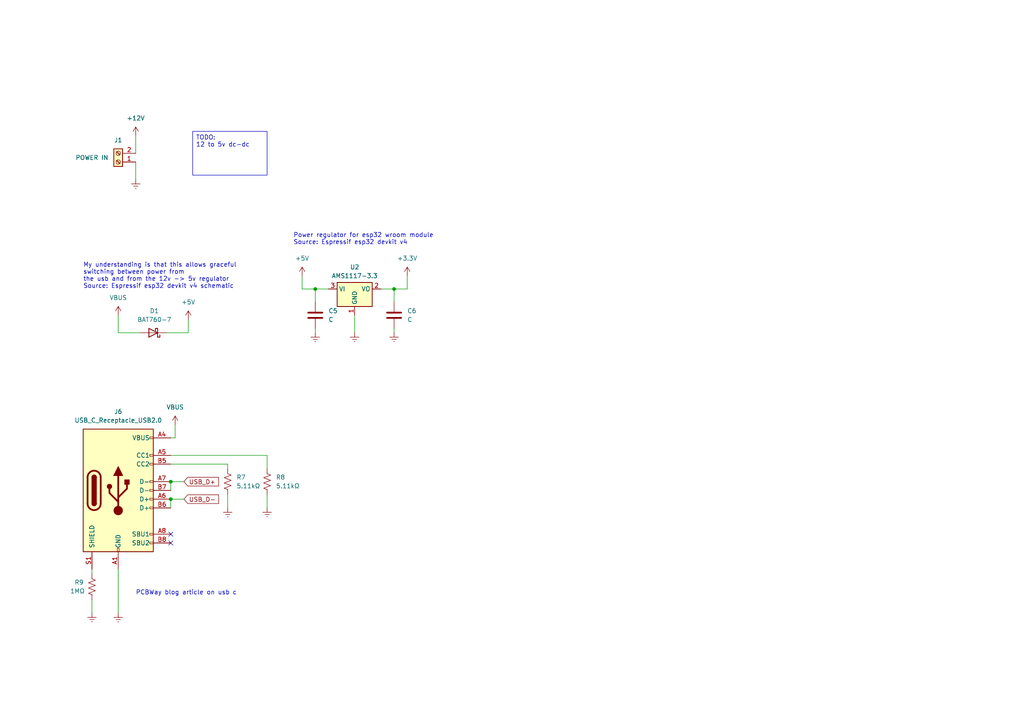
<source format=kicad_sch>
(kicad_sch (version 20230121) (generator eeschema)
  (paper "A4")
  (lib_symbols
    (symbol "Connector:Screw_Terminal_01x02" (pin_names (offset 1.016) hide)
      (property "Reference" "J" (at 0 2.54 0))
      (property "Value" "Screw_Terminal_01x02" (at 0 -5.08 0))
      (symbol "Screw_Terminal_01x02_1_1"
        (rectangle (start -1.27 1.27) (end 1.27 -3.81) (stroke (width 0.254)) (fill (type background)))
        (circle (center 0 -2.54) (radius 0.635) (stroke (width 0.1524)))
        (polyline (pts (xy -0.5334 -2.2098) (xy 0.3302 -3.048)) (stroke (width 0.1524)))
        (polyline (pts (xy -0.5334 0.3302) (xy 0.3302 -0.508)) (stroke (width 0.1524)))
        (polyline (pts (xy -0.3556 -2.032) (xy 0.508 -2.8702)) (stroke (width 0.1524)))
        (polyline (pts (xy -0.3556 0.508) (xy 0.508 -0.3302)) (stroke (width 0.1524)))
        (circle (center 0 0) (radius 0.635) (stroke (width 0.1524)))
        (pin passive line (at -5.08 0 0) (length 3.81) (name "Pin_1") (number "1"))
        (pin passive line (at -5.08 -2.54 0) (length 3.81) (name "Pin_2") (number "2"))
      )
    )
    (symbol "Connector:USB_C_Receptacle_USB2.0" (pin_names (offset 1.016))
      (property "Reference" "J" (at -10.16 19.05 0))
      (property "Value" "USB_C_Receptacle_USB2.0" (at 19.05 19.05 0))
      (symbol "USB_C_Receptacle_USB2.0_0_0"
        (rectangle (start -0.254 -17.78) (end 0.254 -16.764))
        (rectangle (start 10.16 -14.986) (end 9.144 -15.494))
        (rectangle (start 10.16 -12.446) (end 9.144 -12.954))
        (rectangle (start 10.16 -4.826) (end 9.144 -5.334))
        (rectangle (start 10.16 -2.286) (end 9.144 -2.794))
        (rectangle (start 10.16 0.254) (end 9.144 -0.254))
        (rectangle (start 10.16 2.794) (end 9.144 2.286))
        (rectangle (start 10.16 7.874) (end 9.144 7.366))
        (rectangle (start 10.16 10.414) (end 9.144 9.906))
        (rectangle (start 10.16 15.494) (end 9.144 14.986))
      )
      (symbol "USB_C_Receptacle_USB2.0_0_1"
        (rectangle (start -10.16 17.78) (end 10.16 -17.78) (stroke (width 0.254)) (fill (type background)))
        (arc (start -8.89 -3.81) (mid -6.985 -5.7067) (end -5.08 -3.81) (stroke (width 0.508)))
        (arc (start -7.62 -3.81) (mid -6.985 -4.4423) (end -6.35 -3.81) (stroke (width 0.254)))
        (arc (start -7.62 -3.81) (mid -6.985 -4.4423) (end -6.35 -3.81) (stroke (width 0.254)) (fill (type outline)))
        (rectangle (start -7.62 -3.81) (end -6.35 3.81) (stroke (width 0.254)) (fill (type outline)))
        (arc (start -6.35 3.81) (mid -6.985 4.4423) (end -7.62 3.81) (stroke (width 0.254)))
        (arc (start -6.35 3.81) (mid -6.985 4.4423) (end -7.62 3.81) (stroke (width 0.254)) (fill (type outline)))
        (arc (start -5.08 3.81) (mid -6.985 5.7067) (end -8.89 3.81) (stroke (width 0.508)))
        (circle (center -2.54 1.143) (radius 0.635) (stroke (width 0.254)) (fill (type outline)))
        (circle (center 0 -5.842) (radius 1.27) (fill (type outline)))
        (polyline (pts (xy -8.89 -3.81) (xy -8.89 3.81)) (stroke (width 0.508)))
        (polyline (pts (xy -5.08 3.81) (xy -5.08 -3.81)) (stroke (width 0.508)))
        (polyline (pts (xy 0 -5.842) (xy 0 4.318)) (stroke (width 0.508)))
        (polyline (pts (xy 0 -3.302) (xy -2.54 -0.762) (xy -2.54 0.508)) (stroke (width 0.508)))
        (polyline (pts (xy 0 -2.032) (xy 2.54 0.508) (xy 2.54 1.778)) (stroke (width 0.508)))
        (polyline (pts (xy -1.27 4.318) (xy 0 6.858) (xy 1.27 4.318) (xy -1.27 4.318)) (stroke (width 0.254)) (fill (type outline)))
        (rectangle (start 1.905 1.778) (end 3.175 3.048) (stroke (width 0.254)) (fill (type outline)))
      )
      (symbol "USB_C_Receptacle_USB2.0_1_1"
        (pin passive line (at 0 -22.86 90) (length 5.08) (name "GND") (number "A1"))
        (pin passive line (at 0 -22.86 90) (length 5.08) hide (name "GND") (number "A12"))
        (pin passive line (at 15.24 15.24 180) (length 5.08) (name "VBUS") (number "A4"))
        (pin bidirectional line (at 15.24 10.16 180) (length 5.08) (name "CC1") (number "A5"))
        (pin bidirectional line (at 15.24 -2.54 180) (length 5.08) (name "D+") (number "A6"))
        (pin bidirectional line (at 15.24 2.54 180) (length 5.08) (name "D-") (number "A7"))
        (pin bidirectional line (at 15.24 -12.7 180) (length 5.08) (name "SBU1") (number "A8"))
        (pin passive line (at 15.24 15.24 180) (length 5.08) hide (name "VBUS") (number "A9"))
        (pin passive line (at 0 -22.86 90) (length 5.08) hide (name "GND") (number "B1"))
        (pin passive line (at 0 -22.86 90) (length 5.08) hide (name "GND") (number "B12"))
        (pin passive line (at 15.24 15.24 180) (length 5.08) hide (name "VBUS") (number "B4"))
        (pin bidirectional line (at 15.24 7.62 180) (length 5.08) (name "CC2") (number "B5"))
        (pin bidirectional line (at 15.24 -5.08 180) (length 5.08) (name "D+") (number "B6"))
        (pin bidirectional line (at 15.24 0 180) (length 5.08) (name "D-") (number "B7"))
        (pin bidirectional line (at 15.24 -15.24 180) (length 5.08) (name "SBU2") (number "B8"))
        (pin passive line (at 15.24 15.24 180) (length 5.08) hide (name "VBUS") (number "B9"))
        (pin passive line (at -7.62 -22.86 90) (length 5.08) (name "SHIELD") (number "S1"))
      )
    )
    (symbol "Device:C" (pin_numbers hide) (pin_names (offset 0.254))
      (property "Reference" "C" (at 0.635 2.54 0))
      (property "Value" "C" (at 0.635 -2.54 0))
      (symbol "C_0_1"
        (polyline (pts (xy -2.032 -0.762) (xy 2.032 -0.762)) (stroke (width 0.508)))
        (polyline (pts (xy -2.032 0.762) (xy 2.032 0.762)) (stroke (width 0.508)))
      )
      (symbol "C_1_1"
        (pin passive line (at 0 3.81 270) (length 2.794) (name "~") (number "1"))
        (pin passive line (at 0 -3.81 90) (length 2.794) (name "~") (number "2"))
      )
    )
    (symbol "Device:D_Schottky" (pin_numbers hide) (pin_names (offset 1.016) hide)
      (property "Reference" "D" (at 0 2.54 0))
      (property "Value" "D_Schottky" (at 0 -2.54 0))
      (symbol "D_Schottky_0_1"
        (polyline (pts (xy 1.27 0) (xy -1.27 0)))
        (polyline (pts (xy 1.27 1.27) (xy 1.27 -1.27) (xy -1.27 0) (xy 1.27 1.27)) (stroke (width 0.254)))
        (polyline (pts (xy -1.905 0.635) (xy -1.905 1.27) (xy -1.27 1.27) (xy -1.27 -1.27) (xy -0.635 -1.27) (xy -0.635 -0.635)) (stroke (width 0.254)))
      )
      (symbol "D_Schottky_1_1"
        (pin passive line (at -3.81 0 0) (length 2.54) (name "K") (number "1"))
        (pin passive line (at 3.81 0 180) (length 2.54) (name "A") (number "2"))
      )
    )
    (symbol "Device:R_US" (pin_numbers hide) (pin_names (offset 0))
      (property "Reference" "R" (at 2.54 0 90))
      (property "Value" "R_US" (at -2.54 0 90))
      (symbol "R_US_0_1"
        (polyline (pts (xy 0 -2.286) (xy 0 -2.54)))
        (polyline (pts (xy 0 2.286) (xy 0 2.54)))
        (polyline (pts (xy 0 -0.762) (xy 1.016 -1.143) (xy 0 -1.524) (xy -1.016 -1.905) (xy 0 -2.286)))
        (polyline (pts (xy 0 0.762) (xy 1.016 0.381) (xy 0 0) (xy -1.016 -0.381) (xy 0 -0.762)))
        (polyline (pts (xy 0 2.286) (xy 1.016 1.905) (xy 0 1.524) (xy -1.016 1.143) (xy 0 0.762)))
      )
      (symbol "R_US_1_1"
        (pin passive line (at 0 3.81 270) (length 1.27) (name "~") (number "1"))
        (pin passive line (at 0 -3.81 90) (length 1.27) (name "~") (number "2"))
      )
    )
    (symbol "Regulator_Linear:AMS1117-3.3"
      (property "Reference" "U" (at -3.81 3.175 0))
      (property "Value" "AMS1117-3.3" (at 0 3.175 0))
      (symbol "AMS1117-3.3_0_1"
        (rectangle (start -5.08 -5.08) (end 5.08 1.905) (stroke (width 0.254)) (fill (type background)))
      )
      (symbol "AMS1117-3.3_1_1"
        (pin power_in line (at 0 -7.62 90) (length 2.54) (name "GND") (number "1"))
        (pin power_out line (at 7.62 0 180) (length 2.54) (name "VO") (number "2"))
        (pin power_in line (at -7.62 0 0) (length 2.54) (name "VI") (number "3"))
      )
    )
    (symbol "power:+12V" (power) (pin_names (offset 0))
      (property "Value" "+12V" (at 0 3.556 0))
      (symbol "+12V_0_1"
        (polyline (pts (xy -0.762 1.27) (xy 0 2.54)))
        (polyline (pts (xy 0 0) (xy 0 2.54)))
        (polyline (pts (xy 0 2.54) (xy 0.762 1.27)))
      )
      (symbol "+12V_1_1"
        (pin power_in line (at 0 0 90) (length 0) hide (name "+12V") (number "1"))
      )
    )
    (symbol "power:+3.3V" (power) (pin_names (offset 0))
      (property "Value" "+3.3V" (at 0 3.556 0))
      (symbol "+3.3V_0_1"
        (polyline (pts (xy -0.762 1.27) (xy 0 2.54)))
        (polyline (pts (xy 0 0) (xy 0 2.54)))
        (polyline (pts (xy 0 2.54) (xy 0.762 1.27)))
      )
      (symbol "+3.3V_1_1"
        (pin power_in line (at 0 0 90) (length 0) hide (name "+3.3V") (number "1"))
      )
    )
    (symbol "power:+5V" (power) (pin_names (offset 0))
      (property "Value" "+5V" (at 0 3.556 0))
      (symbol "+5V_0_1"
        (polyline (pts (xy -0.762 1.27) (xy 0 2.54)))
        (polyline (pts (xy 0 0) (xy 0 2.54)))
        (polyline (pts (xy 0 2.54) (xy 0.762 1.27)))
      )
      (symbol "+5V_1_1"
        (pin power_in line (at 0 0 90) (length 0) hide (name "+5V") (number "1"))
      )
    )
    (symbol "power:GNDREF" (power) (pin_names (offset 0))
      (property "Value" "GNDREF" (at 0 -3.81 0))
      (symbol "GNDREF_0_1"
        (polyline (pts (xy -0.635 -1.905) (xy 0.635 -1.905)))
        (polyline (pts (xy -0.127 -2.54) (xy 0.127 -2.54)))
        (polyline (pts (xy 0 -1.27) (xy 0 0)))
        (polyline (pts (xy 1.27 -1.27) (xy -1.27 -1.27)))
      )
      (symbol "GNDREF_1_1"
        (pin power_in line (at 0 0 270) (length 0) hide (name "GNDREF") (number "1"))
      )
    )
    (symbol "power:VBUS" (power) (pin_names (offset 0))
      (property "Value" "VBUS" (at 0 3.81 0))
      (symbol "VBUS_0_1"
        (polyline (pts (xy -0.762 1.27) (xy 0 2.54)))
        (polyline (pts (xy 0 0) (xy 0 2.54)))
        (polyline (pts (xy 0 2.54) (xy 0.762 1.27)))
      )
      (symbol "VBUS_1_1"
        (pin power_in line (at 0 0 90) (length 0) hide (name "VBUS") (number "1"))
      )
    )
  )
  (junction (at 49.53 139.7))
  (junction (at 49.53 144.78))
  (junction (at 91.44 83.82))
  (junction (at 114.3 83.82))
  (no_connect (at 49.53 157.48))
  (no_connect (at 49.53 154.94))
  (wire (pts (xy 49.53 127) (xy 50.8 127)))
  (wire (pts (xy 26.67 173.99) (xy 26.67 177.8)))
  (wire (pts (xy 91.44 95.25) (xy 91.44 96.52)))
  (wire (pts (xy 39.37 46.99) (xy 39.37 52.07)))
  (wire (pts (xy 77.47 143.51) (xy 77.47 147.32)))
  (wire (pts (xy 66.04 134.62) (xy 66.04 135.89)))
  (wire (pts (xy 48.26 96.52) (xy 54.61 96.52)))
  (wire (pts (xy 49.53 139.7) (xy 49.53 142.24)))
  (wire (pts (xy 49.53 144.78) (xy 53.34 144.78)))
  (wire (pts (xy 50.8 123.19) (xy 50.8 127)))
  (wire (pts (xy 87.63 83.82) (xy 91.44 83.82)))
  (wire (pts (xy 26.67 165.1) (xy 26.67 166.37)))
  (wire (pts (xy 34.29 96.52) (xy 40.64 96.52)))
  (wire (pts (xy 54.61 96.52) (xy 54.61 92.71)))
  (wire (pts (xy 114.3 95.25) (xy 114.3 96.52)))
  (wire (pts (xy 91.44 83.82) (xy 95.25 83.82)))
  (wire (pts (xy 91.44 87.63) (xy 91.44 83.82)))
  (wire (pts (xy 34.29 91.44) (xy 34.29 96.52)))
  (wire (pts (xy 87.63 83.82) (xy 87.63 80.01)))
  (wire (pts (xy 49.53 132.08) (xy 77.47 132.08)))
  (wire (pts (xy 49.53 139.7) (xy 53.34 139.7)))
  (wire (pts (xy 49.53 147.32) (xy 49.53 144.78)))
  (wire (pts (xy 114.3 83.82) (xy 114.3 87.63)))
  (wire (pts (xy 102.87 91.44) (xy 102.87 96.52)))
  (wire (pts (xy 39.37 39.37) (xy 39.37 44.45)))
  (wire (pts (xy 77.47 132.08) (xy 77.47 135.89)))
  (wire (pts (xy 114.3 83.82) (xy 118.11 83.82)))
  (wire (pts (xy 118.11 83.82) (xy 118.11 80.01)))
  (wire (pts (xy 110.49 83.82) (xy 114.3 83.82)))
  (wire (pts (xy 34.29 165.1) (xy 34.29 177.8)))
  (wire (pts (xy 66.04 143.51) (xy 66.04 147.32)))
  (wire (pts (xy 49.53 134.62) (xy 66.04 134.62)))
  (text_box "TODO:\n12 to 5v dc-dc" (at 55.88 38.1 0) (size 21.59 12.7) (effects (font (size 1.27 1.27)) (justify left top)))
  (text "My understanding is that this allows graceful\nswitching between power from\nthe usb and from the 12v -> 5v regulator\nSource: Espressif esp32 devkit v4 schematic" (at 24.13 83.82 0) (effects (font (size 1.27 1.27)) (justify left bottom)))
  (text "PCBWay blog article on usb c" (at 39.37 172.72 0) (effects (font (size 1.27 1.27)) (justify left bottom)))
  (text "Power regulator for esp32 wroom module\nSource: Espressif esp32 devkit v4" (at 85.09 71.12 0) (effects (font (size 1.27 1.27)) (justify left bottom)))
  (global_label "USB_D-" (shape input) (at 53.34 144.78 0) (property "Intersheetrefs" "${INTERSHEET_REFS}" (effects hide)))
  (global_label "USB_D+" (shape input) (at 53.34 139.7 0) (property "Intersheetrefs" "${INTERSHEET_REFS}" (effects hide)))
  (symbol (lib_id "power:GNDREF") (at 91.44 96.52 0) (unit 1)
    (property "Reference" "#PWR013" (effects hide))
    (property "Value" "GNDREF" (effects hide))
    (instances (project "greenhouse-controller-pcb" (path "" (reference "#PWR013") (unit 1)) (path "" (reference "#PWR019") (unit 1))))
  )
  (symbol (lib_id "Device:R_US") (at 26.67 170.18 0) (unit 1)
    (property "Reference" "R9" (at 21.59 168.91 0) (effects (justify left)))
    (property "Value" "1MΩ" (at 20.32 171.45 0) (effects (justify left)))
    (instances (project "greenhouse-controller-pcb" (path "" (reference "R9") (unit 1)) (path "" (reference "R2") (unit 1))))
  )
  (symbol (lib_id "power:GNDREF") (at 34.29 177.8 0) (unit 1)
    (property "Reference" "#PWR020" (effects hide))
    (property "Value" "GNDREF" (effects hide))
    (instances (project "greenhouse-controller-pcb" (path "" (reference "#PWR020") (unit 1)) (path "" (reference "#PWR011") (unit 1))))
  )
  (symbol (lib_id "Device:R_US") (at 66.04 139.7 0) (unit 1)
    (property "Reference" "R7" (at 68.58 138.43 0) (effects (justify left)))
    (property "Value" "5.11kΩ" (at 68.58 140.97 0) (effects (justify left)))
    (instances (project "greenhouse-controller-pcb" (path "" (reference "R7") (unit 1)) (path "" (reference "R3") (unit 1))))
  )
  (symbol (lib_id "power:GNDREF") (at 114.3 96.52 0) (unit 1)
    (property "Reference" "#PWR013" (effects hide))
    (property "Value" "GNDREF" (effects hide))
    (instances (project "greenhouse-controller-pcb" (path "" (reference "#PWR013") (unit 1)) (path "" (reference "#PWR021") (unit 1))))
  )
  (symbol (lib_id "Device:R_US") (at 77.47 139.7 0) (unit 1)
    (property "Reference" "R8" (at 80.01 138.43 0) (effects (justify left)))
    (property "Value" "5.11kΩ" (at 80.01 140.97 0) (effects (justify left)))
    (instances (project "greenhouse-controller-pcb" (path "" (reference "R8") (unit 1)) (path "" (reference "R4") (unit 1))))
  )
  (symbol (lib_id "power:+12V") (at 39.37 39.37 0) (unit 1)
    (property "Reference" "#PWR014" (effects hide))
    (property "Value" "+12V" (at 39.37 34.29 0))
    (instances (project "greenhouse-controller-pcb" (path "" (reference "#PWR014") (unit 1)) (path "" (reference "#PWR012") (unit 1))))
  )
  (symbol (lib_id "Connector:Screw_Terminal_01x02") (at 34.29 46.99 180) (unit 1)
    (property "Reference" "J1" (at 34.29 40.64 0))
    (property "Value" "POWER IN" (at 26.67 45.72 0))
    (instances (project "greenhouse-controller-pcb" (path "" (reference "J1") (unit 1)) (path "" (reference "J2") (unit 1))))
  )
  (symbol (lib_id "power:VBUS") (at 34.29 91.44 0) (unit 1)
    (property "Reference" "#PWR010" (effects hide))
    (property "Value" "VBUS" (at 34.29 86.36 0))
  )
  (symbol (lib_id "power:GNDREF") (at 39.37 52.07 0) (unit 1)
    (property "Reference" "#PWR013" (effects hide))
    (property "Value" "GNDREF" (effects hide))
  )
  (symbol (lib_id "power:GNDREF") (at 77.47 147.32 0) (unit 1)
    (property "Reference" "#PWR019" (effects hide))
    (property "Value" "GNDREF" (effects hide))
    (instances (project "greenhouse-controller-pcb" (path "" (reference "#PWR019") (unit 1)) (path "" (reference "#PWR017") (unit 1))))
  )
  (symbol (lib_id "power:+5V") (at 54.61 92.71 0) (unit 1)
    (property "Reference" "#PWR015" (effects hide))
    (property "Value" "+5V" (at 54.61 87.63 0))
  )
  (symbol (lib_id "power:GNDREF") (at 66.04 147.32 0) (unit 1)
    (property "Reference" "#PWR018" (effects hide))
    (property "Value" "GNDREF" (effects hide))
    (instances (project "greenhouse-controller-pcb" (path "" (reference "#PWR018") (unit 1)) (path "" (reference "#PWR016") (unit 1))))
  )
  (symbol (lib_id "Connector:USB_C_Receptacle_USB2.0") (at 34.29 142.24 0) (unit 1)
    (property "Reference" "J6" (at 34.29 119.38 0))
    (property "Value" "USB_C_Receptacle_USB2.0" (at 34.29 121.92 0))
    (property "Datasheet" "https://www.usb.org/sites/default/files/documents/usb_type-c.zip" (effects hide))
    (instances (project "greenhouse-controller-pcb" (path "" (reference "J6") (unit 1)) (path "" (reference "J3") (unit 1))))
  )
  (symbol (lib_id "power:+5V") (at 87.63 80.01 0) (unit 1)
    (property "Reference" "#PWR018" (effects hide))
    (property "Value" "+5V" (at 87.63 74.93 0))
  )
  (symbol (lib_id "power:+3.3V") (at 118.11 80.01 0) (unit 1)
    (property "Reference" "#PWR022" (effects hide))
    (property "Value" "+3.3V" (at 118.11 74.93 0))
  )
  (symbol (lib_id "power:GNDREF") (at 102.87 96.52 0) (unit 1)
    (property "Reference" "#PWR013" (effects hide))
    (property "Value" "GNDREF" (effects hide))
    (instances (project "greenhouse-controller-pcb" (path "" (reference "#PWR013") (unit 1)) (path "" (reference "#PWR020") (unit 1))))
  )
  (symbol (lib_id "Device:C") (at 91.44 91.44 0) (unit 1)
    (property "Reference" "C5" (at 95.25 90.17 0) (effects (justify left)))
    (property "Value" "C" (at 95.25 92.71 0) (effects (justify left)))
  )
  (symbol (lib_id "Device:C") (at 114.3 91.44 0) (unit 1)
    (property "Reference" "C6" (at 118.11 90.17 0) (effects (justify left)))
    (property "Value" "C" (at 118.11 92.71 0) (effects (justify left)))
  )
  (symbol (lib_id "power:VBUS") (at 50.8 123.19 0) (unit 1)
    (property "Reference" "#PWR014" (effects hide))
    (property "Value" "VBUS" (at 50.8 118.11 0))
    (instances (project "greenhouse-controller-pcb" (path "" (reference "#PWR014") (unit 1)) (path "" (reference "#PWR016") (unit 1))))
  )
  (symbol (lib_id "Regulator_Linear:AMS1117-3.3") (at 102.87 83.82 0) (unit 1)
    (property "Reference" "U2" (at 102.87 77.47 0))
    (property "Value" "AMS1117-3.3" (at 102.87 80.01 0))
    (property "Footprint" "Package_TO_SOT_SMD:SOT-223-3_TabPin2" (effects hide))
    (property "Datasheet" "http://www.advanced-monolithic.com/pdf/ds1117.pdf" (effects hide))
  )
  (symbol (lib_id "Device:D_Schottky") (at 44.45 96.52 180) (unit 1)
    (property "Reference" "D1" (at 44.7675 90.17 0))
    (property "Value" "BAT760-7" (at 44.7675 92.71 0))
  )
  (symbol (lib_id "power:GNDREF") (at 26.67 177.8 0) (unit 1)
    (property "Reference" "#PWR021" (effects hide))
    (property "Value" "GNDREF" (effects hide))
    (instances (project "greenhouse-controller-pcb" (path "" (reference "#PWR021") (unit 1)) (path "" (reference "#PWR09") (unit 1))))
  )
)
</source>
